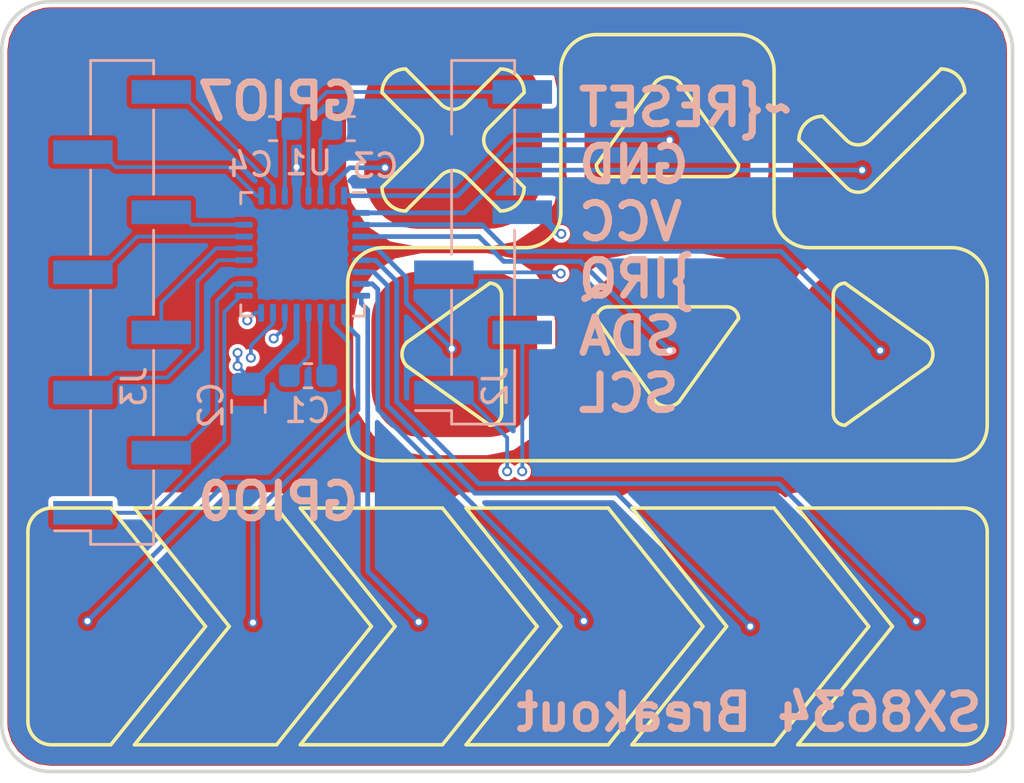
<source format=kicad_pcb>
(kicad_pcb (version 20171130) (host pcbnew 5.0.0)
  (title_block (title nRF52-Ring) (date 2019-06-06) (rev 1) (comment 1 "Author: J. Ian Lindsay"))
  (layers (0 F.Cu power hide) (1 In1.Cu signal hide) (2 In2.Cu signal hide) (31 B.Cu signal) (34 B.Paste user) (35 F.Paste user) (36 B.SilkS user) (37 F.SilkS user) (38 B.Mask user) (39 F.Mask user) (44 Edge.Cuts user))
  (net 0 "")
  (net 1 /VCC)
  (net 2 GND)
  (net 3 /I2C_SDA)
  (net 4 /I2C_SCL)
  (net 5 "Net-(C1-Pad1)")
  (net 6 /~Touch_Reset)
  (net 7 /~Touch_IRQ)
  (net 8 "Net-(C1-Pad2)")
  (net 9 /GPIO0)
  (net 10 /GPIO1)
  (net 11 /GPIO2)
  (net 12 /GPIO3)
  (net 13 /GPIO4)
  (net 14 /GPIO5)
  (net 15 /GPIO6)
  (net 16 /GPIO7)
  (net 17 /cap3)
  (net 18 /cap7)
  (net 19 /cap8)
  (net 20 /cap9)
  (net 21 /cap10)
  (net 22 /cap0)
  (net 23 /cap5)
  (net 24 /cap2)
  (net 25 /cap4)
  (net 26 /cap1)
  (net 27 /cap6)
  (net 28 /cap11)
  (net 29 "Net-(C3-Pad2)")
  (net 30 "Net-(C4-Pad2)")
  (module Capacitor_SMD:C_0603_1608Metric (layer B.Cu) (at 61.1886 48.8188)
    (fp_text reference C1 (at -0.0254 1.4732) (layer B.SilkS) (effects (justify mirror)))
    (fp_text value 1nF)
    (fp_line (start -0.162779 0.51) (end 0.162779 0.51) (layer B.SilkS) (width 0.12))
    (fp_line (start -0.162779 -0.51) (end 0.162779 -0.51) (layer B.SilkS) (width 0.12))
    (pad 1 smd roundrect (at -0.7875 0) (size 0.875 0.95) (layers B.Cu B.Paste B.Mask) (net 5 "Net-(C1-Pad1)"))
    (pad 2 smd roundrect (at 0.7875 0) (size 0.875 0.95) (layers B.Cu B.Paste B.Mask) (net 8 "Net-(C1-Pad2)"))
  )
  (module Capacitor_SMD:C_0805_2012Metric (layer B.Cu) (at 58.674 50.1142 270)
    (fp_text reference C2 (at -0.0508 1.5748 270) (layer B.SilkS) (effects (justify mirror)))
    (fp_text value 100uF)
    (fp_line (start -0.258578 0.71) (end 0.258578 0.71) (layer B.SilkS) (width 0.12))
    (fp_line (start -0.258578 -0.71) (end 0.258578 -0.71) (layer B.SilkS) (width 0.12))
    (pad 1 smd roundrect (at -0.9375 0 270) (size 0.975 1.4) (layers B.Cu B.Paste B.Mask) (net 1 /VCC))
    (pad 2 smd roundrect (at 0.9375 0 270) (size 0.975 1.4) (layers B.Cu B.Paste B.Mask) (net 2 GND))
  )
  (module Package_DFN_QFN:QFN-32-1EP_5x5mm_P0.5mm_EP3.65x3.65mm (layer B.Cu) (at 60.96 43.688 180)
    (fp_text reference U1 (at -0.254 3.8608 180) (layer B.SilkS) (effects (justify mirror)))
    (fp_text value SX8634)
    (fp_line (start 2.135 2.61) (end 2.61 2.61) (layer B.SilkS) (width 0.12))
    (fp_line (start 2.61 2.61) (end 2.61 2.135) (layer B.SilkS) (width 0.12))
    (fp_line (start -2.135 -2.61) (end -2.61 -2.61) (layer B.SilkS) (width 0.12))
    (fp_line (start -2.61 -2.61) (end -2.61 -2.135) (layer B.SilkS) (width 0.12))
    (fp_line (start 2.135 -2.61) (end 2.61 -2.61) (layer B.SilkS) (width 0.12))
    (fp_line (start 2.61 -2.61) (end 2.61 -2.135) (layer B.SilkS) (width 0.12))
    (fp_line (start -2.135 2.61) (end -2.61 2.61) (layer B.SilkS) (width 0.12))
    (pad 33 smd roundrect (at 0 0 180) (size 3.65 3.65) (layers B.Cu B.Mask) (roundrect_rratio 0.068493) (net 2 GND))
    (pad 1 smd roundrect (at -2.475 1.75 180) (size 0.75 0.25) (layers B.Cu B.Paste B.Mask) (net 24 /cap2))
    (pad 2 smd roundrect (at -2.475 1.25 180) (size 0.75 0.25) (layers B.Cu B.Paste B.Mask) (net 17 /cap3))
    (pad 3 smd roundrect (at -2.475 0.75 180) (size 0.75 0.25) (layers B.Cu B.Paste B.Mask) (net 25 /cap4))
    (pad 4 smd roundrect (at -2.475 0.25 180) (size 0.75 0.25) (layers B.Cu B.Paste B.Mask) (net 23 /cap5))
    (pad 5 smd roundrect (at -2.475 -0.25 180) (size 0.75 0.25) (layers B.Cu B.Paste B.Mask) (net 27 /cap6))
    (pad 6 smd roundrect (at -2.475 -0.75 180) (size 0.75 0.25) (layers B.Cu B.Paste B.Mask) (net 18 /cap7))
    (pad 7 smd roundrect (at -2.475 -1.25 180) (size 0.75 0.25) (layers B.Cu B.Paste B.Mask) (net 19 /cap8))
    (pad 8 smd roundrect (at -2.475 -1.75 180) (size 0.75 0.25) (layers B.Cu B.Paste B.Mask) (net 20 /cap9))
    (pad 9 smd roundrect (at -1.75 -2.475 180) (size 0.25 0.75) (layers B.Cu B.Paste B.Mask) (net 21 /cap10))
    (pad 10 smd roundrect (at -1.25 -2.475 180) (size 0.25 0.75) (layers B.Cu B.Paste B.Mask) (net 28 /cap11))
    (pad 11 smd roundrect (at -0.75 -2.475 180) (size 0.25 0.75) (layers B.Cu B.Paste B.Mask) (net 8 "Net-(C1-Pad2)"))
    (pad 12 smd roundrect (at -0.25 -2.475 180) (size 0.25 0.75) (layers B.Cu B.Paste B.Mask) (net 5 "Net-(C1-Pad1)"))
    (pad 13 smd roundrect (at 0.25 -2.475 180) (size 0.25 0.75) (layers B.Cu B.Paste B.Mask) (net 1 /VCC))
    (pad 14 smd roundrect (at 0.75 -2.475 180) (size 0.25 0.75) (layers B.Cu B.Paste B.Mask) (net 7 /~Touch_IRQ))
    (pad 15 smd roundrect (at 1.25 -2.475 180) (size 0.25 0.75) (layers B.Cu B.Paste B.Mask) (net 4 /I2C_SCL))
    (pad 16 smd roundrect (at 1.75 -2.475 180) (size 0.25 0.75) (layers B.Cu B.Paste B.Mask) (net 3 /I2C_SDA))
    (pad 17 smd roundrect (at 2.475 -1.75 180) (size 0.75 0.25) (layers B.Cu B.Paste B.Mask) (net 9 /GPIO0))
    (pad 18 smd roundrect (at 2.475 -1.25 180) (size 0.75 0.25) (layers B.Cu B.Paste B.Mask) (net 10 /GPIO1))
    (pad 19 smd roundrect (at 2.475 -0.75 180) (size 0.75 0.25) (layers B.Cu B.Paste B.Mask) (net 2 GND))
    (pad 20 smd roundrect (at 2.475 -0.25 180) (size 0.75 0.25) (layers B.Cu B.Paste B.Mask) (net 11 /GPIO2))
    (pad 21 smd roundrect (at 2.475 0.25 180) (size 0.75 0.25) (layers B.Cu B.Paste B.Mask) (net 12 /GPIO3))
    (pad 22 smd roundrect (at 2.475 0.75 180) (size 0.75 0.25) (layers B.Cu B.Paste B.Mask) (net 13 /GPIO4))
    (pad 23 smd roundrect (at 2.475 1.25 180) (size 0.75 0.25) (layers B.Cu B.Paste B.Mask) (net 14 /GPIO5))
    (pad 24 smd roundrect (at 2.475 1.75 180) (size 0.75 0.25) (layers B.Cu B.Paste B.Mask) (net 2 GND))
    (pad 25 smd roundrect (at 1.75 2.475 180) (size 0.25 0.75) (layers B.Cu B.Paste B.Mask) (net 15 /GPIO6))
    (pad 26 smd roundrect (at 1.25 2.475 180) (size 0.25 0.75) (layers B.Cu B.Paste B.Mask) (net 16 /GPIO7))
    (pad 27 smd roundrect (at 0.75 2.475 180) (size 0.25 0.75) (layers B.Cu B.Paste B.Mask) (net 30 "Net-(C4-Pad2)"))
    (pad 28 smd roundrect (at 0.25 2.475 180) (size 0.25 0.75) (layers B.Cu B.Paste B.Mask) (net 2 GND))
    (pad 29 smd roundrect (at -0.25 2.475 180) (size 0.25 0.75) (layers B.Cu B.Paste B.Mask) (net 6 /~Touch_Reset))
    (pad 30 smd roundrect (at -0.75 2.475 180) (size 0.25 0.75) (layers B.Cu B.Paste B.Mask) (net 29 "Net-(C3-Pad2)"))
    (pad 31 smd roundrect (at -1.25 2.475 180) (size 0.25 0.75) (layers B.Cu B.Paste B.Mask) (net 22 /cap0))
    (pad 32 smd roundrect (at -1.75 2.475 180) (size 0.25 0.75) (layers B.Cu B.Paste B.Mask) (net 26 /cap1))
  )
  (module Connector_PinHeader_2.54mm:PinHeader_1x06_P2.54mm_Vertical_SMD_Pin1Left (layer B.Cu) (at 68.58 43.18)
    (fp_text reference J2 (at 0.508 6.096 90) (layer B.SilkS) (effects (justify mirror)))
    (fp_text value Conn_01x06)
    (fp_line (start -1.33 7.68) (end 1.33 7.68) (layer B.SilkS) (width 0.12))
    (fp_line (start -1.33 -7.68) (end 1.33 -7.68) (layer B.SilkS) (width 0.12))
    (fp_line (start 1.33 7.68) (end 1.33 4.57) (layer B.SilkS) (width 0.12))
    (fp_line (start -1.33 7.11) (end -2.85 7.11) (layer B.SilkS) (width 0.12))
    (fp_line (start -1.33 7.68) (end -1.33 7.11) (layer B.SilkS) (width 0.12))
    (fp_line (start 1.33 -7.11) (end 1.33 -7.68) (layer B.SilkS) (width 0.12))
    (fp_line (start 1.33 3.05) (end 1.33 -0.51) (layer B.SilkS) (width 0.12))
    (fp_line (start 1.33 -2.03) (end 1.33 -5.59) (layer B.SilkS) (width 0.12))
    (fp_line (start -1.33 5.59) (end -1.33 2.03) (layer B.SilkS) (width 0.12))
    (fp_line (start -1.33 0.51) (end -1.33 -3.05) (layer B.SilkS) (width 0.12))
    (fp_line (start -1.33 -4.57) (end -1.33 -7.68) (layer B.SilkS) (width 0.12))
    (pad 1 smd rect (at -1.655 6.35) (size 2.51 1) (layers B.Cu B.Paste B.Mask) (net 4 /I2C_SCL))
    (pad 3 smd rect (at -1.655 1.27) (size 2.51 1) (layers B.Cu B.Paste B.Mask) (net 7 /~Touch_IRQ))
    (pad 5 smd rect (at -1.655 -3.81) (size 2.51 1) (layers B.Cu B.Paste B.Mask) (net 2 GND))
    (pad 2 smd rect (at 1.655 3.81) (size 2.51 1) (layers B.Cu B.Paste B.Mask) (net 3 /I2C_SDA))
    (pad 4 smd rect (at 1.655 -1.27) (size 2.51 1) (layers B.Cu B.Paste B.Mask) (net 1 /VCC))
    (pad 6 smd rect (at 1.655 -6.35) (size 2.51 1) (layers B.Cu B.Paste B.Mask) (net 6 /~Touch_Reset))
  )
  (module Connector_PinHeader_2.54mm:PinHeader_1x08_P2.54mm_Vertical_SMD_Pin1Left (layer B.Cu) (at 53.34 45.72)
    (fp_text reference J3 (at 0.508 3.556 90) (layer B.SilkS) (effects (justify mirror)))
    (fp_text value Conn_01x08)
    (fp_line (start -1.33 10.22) (end 1.33 10.22) (layer B.SilkS) (width 0.12))
    (fp_line (start -1.33 -10.22) (end 1.33 -10.22) (layer B.SilkS) (width 0.12))
    (fp_line (start 1.33 10.22) (end 1.33 7.11) (layer B.SilkS) (width 0.12))
    (fp_line (start -1.33 9.65) (end -2.85 9.65) (layer B.SilkS) (width 0.12))
    (fp_line (start -1.33 10.22) (end -1.33 9.65) (layer B.SilkS) (width 0.12))
    (fp_line (start 1.33 -9.65) (end 1.33 -10.22) (layer B.SilkS) (width 0.12))
    (fp_line (start 1.33 5.59) (end 1.33 2.03) (layer B.SilkS) (width 0.12))
    (fp_line (start 1.33 0.51) (end 1.33 -3.05) (layer B.SilkS) (width 0.12))
    (fp_line (start 1.33 -4.57) (end 1.33 -8.13) (layer B.SilkS) (width 0.12))
    (fp_line (start -1.33 8.13) (end -1.33 4.57) (layer B.SilkS) (width 0.12))
    (fp_line (start -1.33 3.05) (end -1.33 -0.51) (layer B.SilkS) (width 0.12))
    (fp_line (start -1.33 -2.03) (end -1.33 -5.59) (layer B.SilkS) (width 0.12))
    (fp_line (start -1.33 -7.11) (end -1.33 -10.22) (layer B.SilkS) (width 0.12))
    (pad 1 smd rect (at -1.655 8.89) (size 2.51 1) (layers B.Cu B.Paste B.Mask) (net 9 /GPIO0))
    (pad 3 smd rect (at -1.655 3.81) (size 2.51 1) (layers B.Cu B.Paste B.Mask) (net 11 /GPIO2))
    (pad 5 smd rect (at -1.655 -1.27) (size 2.51 1) (layers B.Cu B.Paste B.Mask) (net 13 /GPIO4))
    (pad 7 smd rect (at -1.655 -6.35) (size 2.51 1) (layers B.Cu B.Paste B.Mask) (net 15 /GPIO6))
    (pad 2 smd rect (at 1.655 6.35) (size 2.51 1) (layers B.Cu B.Paste B.Mask) (net 10 /GPIO1))
    (pad 4 smd rect (at 1.655 1.27) (size 2.51 1) (layers B.Cu B.Paste B.Mask) (net 12 /GPIO3))
    (pad 6 smd rect (at 1.655 -3.81) (size 2.51 1) (layers B.Cu B.Paste B.Mask) (net 14 /GPIO5))
    (pad 8 smd rect (at 1.655 -8.89) (size 2.51 1) (layers B.Cu B.Paste B.Mask) (net 16 /GPIO7))
  )
  (module woose-tracker:Cap-Touch_pattern_compact (layer F.Cu) (at 70.36308 45.90796)
    (fp_text reference J1)
    (fp_text value Conn_01x12_Male)
    (fp_line (start 18 6.5) (end -6 6.5) (layer F.SilkS) (width 0.15))
    (fp_arc (start 6 -9) (end 6.5 -9.5) (angle -90) (layer F.SilkS) (width 0.15))
    (fp_arc (start 8.5 -6) (end 8.5 -5.5) (angle -90) (layer F.SilkS) (width 0.15))
    (fp_arc (start 3.5 -6) (end 3 -6) (angle -90) (layer F.SilkS) (width 0.15))
    (fp_line (start 3 -6) (end 5.5 -9.5) (layer F.SilkS) (width 0.15))
    (fp_line (start 6.5 -9.5) (end 9 -6) (layer F.SilkS) (width 0.15))
    (fp_line (start 8.5 -5.5) (end 3.5 -5.5) (layer F.SilkS) (width 0.15))
    (fp_line (start -1 -0.5) (end -1 4.5) (layer F.SilkS) (width 0.15))
    (fp_line (start -5 1.5) (end -1.5 -1) (layer F.SilkS) (width 0.15))
    (fp_line (start -1.5 5) (end -5 2.5) (layer F.SilkS) (width 0.15))
    (fp_arc (start -1.5 4.5) (end -1.5 5) (angle -90) (layer F.SilkS) (width 0.15))
    (fp_arc (start -1.5 -0.5) (end -1 -0.5) (angle -90) (layer F.SilkS) (width 0.15))
    (fp_arc (start -4.5 2) (end -5 1.5) (angle -90) (layer F.SilkS) (width 0.15))
    (fp_arc (start 16.5 2) (end 17 2.5) (angle -90) (layer F.SilkS) (width 0.15))
    (fp_arc (start 13.5 4.5) (end 13 4.5) (angle -90) (layer F.SilkS) (width 0.15))
    (fp_arc (start 13.5 -0.5) (end 13.5 -1) (angle -90) (layer F.SilkS) (width 0.15))
    (fp_line (start 13.5 -1) (end 17 1.5) (layer F.SilkS) (width 0.15))
    (fp_line (start 17 2.5) (end 13.5 5) (layer F.SilkS) (width 0.15))
    (fp_line (start 13 4.5) (end 13 -0.5) (layer F.SilkS) (width 0.15))
    (fp_line (start 3.5 0) (end 8.5 0) (layer F.SilkS) (width 0.15))
    (fp_line (start 5.5 4) (end 3 0.5) (layer F.SilkS) (width 0.15))
    (fp_line (start 9 0.5) (end 6.5 4) (layer F.SilkS) (width 0.15))
    (fp_arc (start 8.5 0.5) (end 9 0.5) (angle -90) (layer F.SilkS) (width 0.15))
    (fp_arc (start 3.5 0.5) (end 3.5 0) (angle -90) (layer F.SilkS) (width 0.15))
    (fp_arc (start 6 3.5) (end 5.5 4) (angle -90) (layer F.SilkS) (width 0.15))
    (fp_line (start 13.55 -7.05) (end 12.55 -8.05) (layer F.SilkS) (width 0.15))
    (fp_line (start 11.55 -7.05) (end 13.55 -5.05) (layer F.SilkS) (width 0.15))
    (fp_line (start 14.55 -5.05) (end 18.55 -9.05) (layer F.SilkS) (width 0.15))
    (fp_line (start 17.55 -10.05) (end 14.55 -7.05) (layer F.SilkS) (width 0.15))
    (fp_arc (start 14.05 -5.55) (end 14.55 -5.05) (angle 90) (layer F.SilkS) (width 0.15))
    (fp_arc (start 12.55 -7.05) (end 11.55 -7.05) (angle 90) (layer F.SilkS) (width 0.15))
    (fp_arc (start 17.55 -9.05) (end 17.55 -10.05) (angle 90) (layer F.SilkS) (width 0.15))
    (fp_arc (start 14.05 -7.55) (end 14.55 -7.05) (angle 90) (layer F.SilkS) (width 0.15))
    (fp_line (start -2.55 -8.55) (end -1.05 -10.05) (layer F.SilkS) (width 0.15))
    (fp_line (start -5.05 -10.05) (end -3.55 -8.55) (layer F.SilkS) (width 0.15))
    (fp_line (start -4.55 -7.55) (end -6.05 -9.05) (layer F.SilkS) (width 0.15))
    (fp_line (start -5.05 -4.05) (end -3.55 -5.55) (layer F.SilkS) (width 0.15))
    (fp_line (start -4.55 -6.55) (end -6.05 -5.05) (layer F.SilkS) (width 0.15))
    (fp_line (start -1.05 -4.05) (end -2.55 -5.55) (layer F.SilkS) (width 0.15))
    (fp_line (start -1.55 -6.55) (end -0.05 -5.05) (layer F.SilkS) (width 0.15))
    (fp_line (start -0.05 -9.05) (end -1.55 -7.55) (layer F.SilkS) (width 0.15))
    (fp_arc (start -5.05 -9.05) (end -6.05 -9.05) (angle 90) (layer F.SilkS) (width 0.15))
    (fp_arc (start -1.05 -5.05) (end -0.05 -5.05) (angle 90) (layer F.SilkS) (width 0.15))
    (fp_arc (start -5.05 -7.05) (end -4.55 -7.55) (angle 90) (layer F.SilkS) (width 0.15))
    (fp_arc (start -1.05 -7.05) (end -1.55 -6.55) (angle 90) (layer F.SilkS) (width 0.15))
    (fp_arc (start -3.05 -5.05) (end -3.55 -5.55) (angle 90) (layer F.SilkS) (width 0.15))
    (fp_arc (start -3.05 -9.05) (end -2.55 -8.55) (angle 90) (layer F.SilkS) (width 0.15))
    (fp_arc (start -1.05 -9.05) (end -1.05 -10.05) (angle 90) (layer F.SilkS) (width 0.15))
    (fp_arc (start -5.05 -5.05) (end -5.05 -4.05) (angle 90) (layer F.SilkS) (width 0.15))
    (fp_line (start 9 -11.5) (end 3 -11.5) (layer F.SilkS) (width 0.15))
    (fp_line (start 10.5 -4) (end 10.5 -10) (layer F.SilkS) (width 0.15))
    (fp_line (start 18 -2.5) (end 12 -2.5) (layer F.SilkS) (width 0.15))
    (fp_line (start 19.5 5) (end 19.5 -1) (layer F.SilkS) (width 0.15))
    (fp_line (start -7.5 -1) (end -7.5 5) (layer F.SilkS) (width 0.15))
    (fp_line (start 0 -2.5) (end -6 -2.5) (layer F.SilkS) (width 0.15))
    (fp_line (start 1.5 -10) (end 1.5 -4) (layer F.SilkS) (width 0.15))
    (fp_arc (start 18 5) (end 19.5 5) (angle 90) (layer F.SilkS) (width 0.15))
    (fp_arc (start -6 5) (end -6 6.5) (angle 90) (layer F.SilkS) (width 0.15))
    (fp_arc (start 18 -1) (end 18 -2.5) (angle 90) (layer F.SilkS) (width 0.15))
    (fp_arc (start -6 -1) (end -7.5 -1) (angle 90) (layer F.SilkS) (width 0.15))
    (fp_arc (start 12 -4) (end 12 -2.5) (angle 90) (layer F.SilkS) (width 0.15))
    (fp_arc (start 0 -4) (end 1.5 -4) (angle 90) (layer F.SilkS) (width 0.15))
    (fp_arc (start 9 -10) (end 9 -11.5) (angle 90) (layer F.SilkS) (width 0.15))
    (fp_arc (start 3 -10) (end 1.5 -10) (angle 90) (layer F.SilkS) (width 0.15))
    (fp_line (start -16.5 8.5) (end -10.5 8.5) (layer F.SilkS) (width 0.15))
    (fp_line (start -10.5 18.5) (end -16.5 18.5) (layer F.SilkS) (width 0.15))
    (fp_line (start 3.5 18.5) (end -2.5 18.5) (layer F.SilkS) (width 0.15))
    (fp_line (start -2.5 8.5) (end 3.5 8.5) (layer F.SilkS) (width 0.15))
    (fp_line (start -9.5 8.5) (end -3.5 8.5) (layer F.SilkS) (width 0.15))
    (fp_line (start -3.5 18.5) (end -9.5 18.5) (layer F.SilkS) (width 0.15))
    (fp_line (start 10.5 18.5) (end 4.5 18.5) (layer F.SilkS) (width 0.15))
    (fp_line (start 4.5 8.5) (end 10.5 8.5) (layer F.SilkS) (width 0.15))
    (fp_line (start 11.5 8.5) (end 17.5 8.5) (layer F.SilkS) (width 0.15))
    (fp_line (start 17.5 18.5) (end 11.5 18.5) (layer F.SilkS) (width 0.15))
    (fp_line (start -13.5 13.5) (end -17.5 18.5) (layer F.SilkS) (width 0.15))
    (fp_line (start -17.5 8.5) (end -13.5 13.5) (layer F.SilkS) (width 0.15))
    (fp_line (start -12.5 13.5) (end -16.5 8.5) (layer F.SilkS) (width 0.15))
    (fp_line (start -16.5 18.5) (end -12.5 13.5) (layer F.SilkS) (width 0.15))
    (fp_line (start -6.5 13.5) (end -10.5 18.5) (layer F.SilkS) (width 0.15))
    (fp_line (start -10.5 8.5) (end -6.5 13.5) (layer F.SilkS) (width 0.15))
    (fp_line (start -5.5 13.5) (end -9.5 8.5) (layer F.SilkS) (width 0.15))
    (fp_line (start -9.5 18.5) (end -5.5 13.5) (layer F.SilkS) (width 0.15))
    (fp_line (start 0.5 13.5) (end -3.5 8.5) (layer F.SilkS) (width 0.15))
    (fp_line (start -3.5 18.5) (end 0.5 13.5) (layer F.SilkS) (width 0.15))
    (fp_line (start 1.5 13.5) (end -2.5 18.5) (layer F.SilkS) (width 0.15))
    (fp_line (start -2.5 8.5) (end 1.5 13.5) (layer F.SilkS) (width 0.15))
    (fp_line (start 7.5 13.5) (end 3.5 8.5) (layer F.SilkS) (width 0.15))
    (fp_line (start 3.5 18.5) (end 7.5 13.5) (layer F.SilkS) (width 0.15))
    (fp_line (start 8.5 13.5) (end 4.5 18.5) (layer F.SilkS) (width 0.15))
    (fp_line (start 4.5 8.5) (end 8.5 13.5) (layer F.SilkS) (width 0.15))
    (fp_line (start 14.5 13.5) (end 10.5 8.5) (layer F.SilkS) (width 0.15))
    (fp_line (start 10.5 18.5) (end 14.5 13.5) (layer F.SilkS) (width 0.15))
    (fp_line (start 15.5 13.5) (end 11.5 18.5) (layer F.SilkS) (width 0.15))
    (fp_line (start 11.5 8.5) (end 15.5 13.5) (layer F.SilkS) (width 0.15))
    (fp_arc (start 18.5 9.5) (end 18.5 8.5) (angle 90) (layer F.SilkS) (width 0.15))
    (fp_arc (start 18.5 17.5) (end 19.5 17.5) (angle 90) (layer F.SilkS) (width 0.15))
    (fp_arc (start -20 9.5) (end -21 9.5) (angle 90) (layer F.SilkS) (width 0.15))
    (fp_arc (start -20 17.5) (end -20 18.5) (angle 90) (layer F.SilkS) (width 0.15))
    (fp_line (start -20 18.5) (end -17.5 18.5) (layer F.SilkS) (width 0.15))
    (fp_line (start -21 17.5) (end -21 9.5) (layer F.SilkS) (width 0.15))
    (fp_line (start -20 8.5) (end -17.5 8.5) (layer F.SilkS) (width 0.15))
    (fp_line (start 17.5 8.5) (end 18.5 8.5) (layer F.SilkS) (width 0.15))
    (fp_line (start 19.5 9.5) (end 19.5 17.5) (layer F.SilkS) (width 0.15))
    (fp_line (start 18.5 18.5) (end 17.5 18.5) (layer F.SilkS) (width 0.15))
    (pad 7 smd custom (at -18.5 13.5) (size 1 1) (layers F.Cu) (net 28 /cap11) (clearance 0.65) (options (clearance outline) (anchor rect)) (primitives (gr_poly (pts (xy -1.5 -5) (xy 1 -5) (xy 5 0) (xy 1 5) (xy -1.5 5) (xy -2.5 4) (xy -2.5 -4)) (width 0)) (gr_circle (center -1.5 4) (end -0.5 4) (width 0)) (gr_circle (center -1.5 -4) (end -0.5 -4) (width 0))))
    (pad 8 smd custom (at -11.5 13.5) (size 1 1) (layers F.Cu) (net 21 /cap10) (clearance 0.65) (options (clearance outline) (anchor rect)) (primitives (gr_poly (pts (xy -5 -5) (xy 1 -5) (xy 5 0) (xy 1 5) (xy -5 5) (xy -1 0)) (width 0))))
    (pad 9 smd custom (at -4.5 13.5) (size 1 1) (layers F.Cu) (net 20 /cap9) (clearance 0.65) (options (clearance outline) (anchor rect)) (primitives (gr_poly (pts (xy -5 -5) (xy 1 -5) (xy 5 0) (xy 1 5) (xy -5 5) (xy -1 0)) (width 0))))
    (pad 10 smd custom (at 2.5 13.5) (size 1 1) (layers F.Cu) (net 19 /cap8) (clearance 0.65) (options (clearance outline) (anchor rect)) (primitives (gr_poly (pts (xy -5 -5) (xy 1 -5) (xy 5 0) (xy 1 5) (xy -5 5) (xy -1 0)) (width 0))))
    (pad 11 smd custom (at 9.5 13.5) (size 1 1) (layers F.Cu) (net 18 /cap7) (clearance 0.65) (options (clearance outline) (anchor rect)) (primitives (gr_poly (pts (xy -5 -5) (xy 1 -5) (xy 5 0) (xy 1 5) (xy -5 5) (xy -1 0)) (width 0))))
    (pad 1 smd roundrect (at 6 -7 270) (size 7 7) (layers F.Cu) (roundrect_rratio 0.3) (net 26 /cap1) (clearance 0.75))
    (pad 2 smd roundrect (at 6 2 270) (size 7 7) (layers F.Cu) (roundrect_rratio 0.3) (net 25 /cap4) (clearance 0.75))
    (pad 3 smd roundrect (at -3 2 270) (size 7 7) (layers F.Cu) (roundrect_rratio 0.3) (net 23 /cap5) (clearance 0.75))
    (pad 4 smd roundrect (at 15 2 270) (size 7 7) (layers F.Cu) (roundrect_rratio 0.3) (net 17 /cap3) (clearance 0.75))
    (pad 5 smd roundrect (at 15.05 -7.05 90) (size 7.5 7.5) (layers F.Cu) (roundrect_rratio 0.3) (net 24 /cap2) (clearance 0.75))
    (pad 6 smd roundrect (at -3.05 -7.05 90) (size 7.5 7.5) (layers F.Cu) (roundrect_rratio 0.3) (net 22 /cap0) (clearance 0.75))
    (pad 12 smd custom (at 16.5 13.5) (size 1 1) (layers F.Cu) (net 27 /cap6) (clearance 0.65) (options (clearance outline) (anchor rect)) (primitives (gr_poly (pts (xy -5 -5) (xy 2 -5) (xy 3 -4) (xy 3 4) (xy 2 5) (xy -5 5) (xy -1 0)) (width 0)) (gr_circle (center 2 4) (end 3 4) (width 0)) (gr_circle (center 2 -4) (end 3 -4) (width 0))))
  )
  (module Capacitor_SMD:C_0603_1608Metric (layer B.Cu) (at 62.992 38.3794 180)
    (fp_text reference C3 (at -1.0414 -1.5748 180) (layer B.SilkS) (effects (justify mirror)))
    (fp_text value 100nF)
    (fp_line (start -0.162779 0.51) (end 0.162779 0.51) (layer B.SilkS) (width 0.12))
    (fp_line (start -0.162779 -0.51) (end 0.162779 -0.51) (layer B.SilkS) (width 0.12))
    (pad 1 smd roundrect (at -0.7875 0 180) (size 0.875 0.95) (layers B.Cu B.Paste B.Mask) (net 2 GND))
    (pad 2 smd roundrect (at 0.7875 0 180) (size 0.875 0.95) (layers B.Cu B.Paste B.Mask) (net 29 "Net-(C3-Pad2)"))
  )
  (module Capacitor_SMD:C_0603_1608Metric (layer B.Cu) (at 59.7154 38.3794)
    (fp_text reference C4 (at -0.9652 1.524) (layer B.SilkS) (effects (justify mirror)))
    (fp_text value 100nF)
    (fp_line (start -0.162779 -0.51) (end 0.162779 -0.51) (layer B.SilkS) (width 0.12))
    (fp_line (start -0.162779 0.51) (end 0.162779 0.51) (layer B.SilkS) (width 0.12))
    (pad 2 smd roundrect (at 0.7875 0) (size 0.875 0.95) (layers B.Cu B.Paste B.Mask) (net 30 "Net-(C4-Pad2)"))
    (pad 1 smd roundrect (at -0.7875 0) (size 0.875 0.95) (layers B.Cu B.Paste B.Mask) (net 2 GND))
  )
  (module kicad:ManuvrLogo (layer F.Cu) (at 51.70424 37.1856 45)
    (fp_text reference P1 hide)
    (fp_text value CONN_01X01 hide)
  )
  (gr_text "GPIO7\n\n\n\n\n\n\nGPIO0" (at 59.93384 45.68444) (layer B.SilkS) (effects (font (size 1.5 1.5) (thickness 0.3)) (justify mirror)))
  (gr_text "SX8634 Breakout" (at 79.81188 63.03772) (layer B.SilkS) (effects (font (size 1.5 1.5) (thickness 0.3)) (justify mirror)))
  (gr_text "~RESET\nGND\nVCC\n~IRQ\nSDA\nSCL" (at 72.46112 43.52544) (layer B.SilkS) (effects (font (size 1.5 1.5) (thickness 0.3)) (justify right mirror)))
  (gr_line (start 50.292 65.532) (end 88.9 65.532) (angle 90) (layer Edge.Cuts) (width 0.15))
  (gr_line (start 88.9 33.02) (end 50.292 33.02) (angle 90) (layer Edge.Cuts) (width 0.15))
  (gr_line (start 90.932 63.5) (end 90.932 35.052) (angle 90) (layer Edge.Cuts) (width 0.15))
  (gr_line (start 48.26 35.052) (end 48.26 63.5) (angle 90) (layer Edge.Cuts) (width 0.15))
  (gr_arc (start 88.9 63.5) (end 90.932 63.5) (angle 90) (layer Edge.Cuts) (width 0.15))
  (gr_arc (start 50.292 35.052) (end 48.26 35.052) (angle 90) (layer Edge.Cuts) (width 0.15))
  (gr_arc (start 50.292 63.5) (end 50.292 65.532) (angle 90) (layer Edge.Cuts) (width 0.15))
  (gr_arc (start 88.9 35.052) (end 88.9 33.02) (angle 90) (layer Edge.Cuts) (width 0.15))
  (segment (start 58.42 49.3545) (end 58.7225 49.3545) (width 0.16) (layer B.Cu) (net 1))
  (segment (start 58.42 49.3545) (end 58.42 49.1998) (width 0.16) (layer B.Cu) (net 1))
  (segment (start 58.674 49.1767) (end 58.674 48.8696) (width 0.16) (layer B.Cu) (net 1))
  (via (at 58.2168 47.8536) (size 0.42) (drill 0.254) (layers F.Cu B.Cu) (net 1))
  (segment (start 58.2168 48.4124) (end 58.2168 47.8536) (width 0.16) (layer B.Cu) (net 1))
  (segment (start 58.674 48.8696) (end 58.2168 48.4124) (width 0.16) (layer B.Cu) (net 1))
  (via (at 58.2168 48.4124) (size 0.42) (drill 0.254) (layers F.Cu B.Cu) (net 1))
  (segment (start 60.71 46.163) (end 60.71 47.2654) (width 0.16) (layer B.Cu) (net 1))
  (segment (start 58.7987 49.1767) (end 58.674 49.1767) (width 0.16) (layer B.Cu) (net 1))
  (segment (start 60.71 47.2654) (end 58.7987 49.1767) (width 0.16) (layer B.Cu) (net 1))
  (segment (start 70.235 41.91) (end 70.9676 41.91) (width 0.16) (layer B.Cu) (net 1))
  (segment (start 71.6788 42.8244) (end 71.882 42.8244) (width 0.16) (layer B.Cu) (net 1))
  (segment (start 70.7644 41.91) (end 71.6788 42.8244) (width 0.16) (layer B.Cu) (net 1))
  (segment (start 70.235 41.91) (end 70.7644 41.91) (width 0.16) (layer B.Cu) (net 1))
  (segment (start 70.9676 41.91) (end 71.882 42.8244) (width 0.16) (layer B.Cu) (net 1))
  (via (at 71.882 42.8244) (size 0.42) (drill 0.254) (layers F.Cu B.Cu) (net 1))
  (segment (start 60.71 41.213) (end 60.71 40.009) (width 0.16) (layer B.Cu) (net 2))
  (via (at 60.706 40.005) (size 0.42) (drill 0.254) (layers F.Cu B.Cu) (net 2))
  (segment (start 60.71 40.009) (end 60.706 40.005) (width 0.16) (layer B.Cu) (net 2))
  (segment (start 58.485 44.438) (end 60.21 44.438) (width 0.16) (layer B.Cu) (net 2))
  (segment (start 60.21 44.438) (end 60.96 43.688) (width 0.16) (layer B.Cu) (net 2))
  (segment (start 58.485 41.938) (end 59.21 41.938) (width 0.16) (layer B.Cu) (net 2))
  (segment (start 59.21 41.938) (end 60.96 43.688) (width 0.16) (layer B.Cu) (net 2))
  (segment (start 60.71 41.213) (end 60.71 43.438) (width 0.16) (layer B.Cu) (net 2))
  (segment (start 60.71 43.438) (end 60.96 43.688) (width 0.16) (layer B.Cu) (net 2))
  (segment (start 58.9422 46.163) (end 59.21 46.163) (width 0.16) (layer B.Cu) (net 3))
  (segment (start 58.9422 46.163) (end 58.6232 46.482) (width 0.16) (layer B.Cu) (net 3))
  (via (at 58.6232 46.482) (size 0.42) (drill 0.254) (layers F.Cu B.Cu) (net 3))
  (segment (start 70.235 46.99) (end 70.235 52.8534) (width 0.16) (layer B.Cu) (net 3))
  (via (at 70.231 52.8574) (size 0.42) (drill 0.254) (layers F.Cu B.Cu) (net 3))
  (segment (start 70.235 52.8534) (end 70.231 52.8574) (width 0.16) (layer B.Cu) (net 3))
  (segment (start 58.7756 47.5488) (end 58.7756 48.0568) (width 0.16) (layer B.Cu) (net 4))
  (segment (start 59.71 46.6144) (end 58.7756 47.5488) (width 0.16) (layer B.Cu) (net 4))
  (segment (start 59.71 46.6144) (end 59.71 46.163) (width 0.16) (layer B.Cu) (net 4))
  (via (at 58.7756 48.0568) (size 0.42) (drill 0.254) (layers F.Cu B.Cu) (net 4))
  (segment (start 66.925 49.53) (end 67.691 49.53) (width 0.16) (layer B.Cu) (net 4))
  (segment (start 67.691 49.53) (end 69.596 51.435) (width 0.16) (layer B.Cu) (net 4))
  (segment (start 69.596 51.435) (end 69.596 52.8574) (width 0.16) (layer B.Cu) (net 4))
  (via (at 69.596 52.8574) (size 0.42) (drill 0.254) (layers F.Cu B.Cu) (net 4))
  (segment (start 61.21 46.163) (end 61.21 48.0099) (width 0.16) (layer B.Cu) (net 5))
  (segment (start 61.21 48.0099) (end 60.4011 48.8188) (width 0.16) (layer B.Cu) (net 5))
  (segment (start 70.235 36.83) (end 61.976 36.83) (width 0.16) (layer B.Cu) (net 6))
  (segment (start 61.21 41.213) (end 61.21 37.596) (width 0.16) (layer B.Cu) (net 6))
  (segment (start 61.21 37.596) (end 61.976 36.83) (width 0.16) (layer B.Cu) (net 6))
  (segment (start 66.925 44.45) (end 66.1416 44.45) (width 0.16) (layer B.Cu) (net 7))
  (segment (start 66.1416 44.45) (end 66.925 44.45) (width 0.16) (layer B.Cu) (net 7))
  (segment (start 60.21 46.7748) (end 60.21 46.163) (width 0.16) (layer B.Cu) (net 7))
  (segment (start 60.21 46.7748) (end 59.7408 47.244) (width 0.16) (layer B.Cu) (net 7))
  (via (at 59.7408 47.244) (size 0.42) (drill 0.254) (layers F.Cu B.Cu) (net 7))
  (segment (start 66.925 44.45) (end 71.8058 44.45) (width 0.16) (layer B.Cu) (net 7))
  (segment (start 71.8058 44.45) (end 71.8566 44.5008) (width 0.16) (layer B.Cu) (net 7))
  (via (at 71.8566 44.5008) (size 0.42) (drill 0.254) (layers F.Cu B.Cu) (net 7))
  (segment (start 61.71 46.163) (end 61.71 48.5527) (width 0.16) (layer B.Cu) (net 8))
  (segment (start 61.71 48.5527) (end 61.9761 48.8188) (width 0.16) (layer B.Cu) (net 8))
  (segment (start 54.61 54.61) (end 51.685 54.61) (width 0.16) (layer B.Cu) (net 9))
  (segment (start 58.485 45.438) (end 58.3464 45.438) (width 0.16) (layer B.Cu) (net 9))
  (segment (start 57.658 51.562) (end 54.61 54.61) (width 0.16) (layer B.Cu) (net 9))
  (segment (start 57.658 46.1264) (end 57.658 51.562) (width 0.16) (layer B.Cu) (net 9))
  (segment (start 58.3464 45.438) (end 57.658 46.1264) (width 0.16) (layer B.Cu) (net 9))
  (segment (start 54.61 54.61) (end 51.685 54.61) (width 0.16) (layer B.Cu) (net 9))
  (segment (start 58.485 44.938) (end 58.059 44.938) (width 0.16) (layer B.Cu) (net 10))
  (segment (start 55.753 52.07) (end 54.995 52.07) (width 0.16) (layer B.Cu) (net 10))
  (segment (start 57.342998 50.480002) (end 55.753 52.07) (width 0.16) (layer B.Cu) (net 10))
  (segment (start 57.342998 45.654002) (end 57.342998 50.480002) (width 0.16) (layer B.Cu) (net 10))
  (segment (start 58.059 44.938) (end 57.342998 45.654002) (width 0.16) (layer B.Cu) (net 10))
  (segment (start 58.485 43.938) (end 57.408 43.938) (width 0.16) (layer B.Cu) (net 11))
  (segment (start 52.451 49.53) (end 51.685 49.53) (width 0.16) (layer B.Cu) (net 11))
  (segment (start 53.086 48.895) (end 52.451 49.53) (width 0.16) (layer B.Cu) (net 11))
  (segment (start 55.245 48.895) (end 53.086 48.895) (width 0.16) (layer B.Cu) (net 11))
  (segment (start 56.519996 47.620004) (end 55.245 48.895) (width 0.16) (layer B.Cu) (net 11))
  (segment (start 56.519996 44.826004) (end 56.519996 47.620004) (width 0.16) (layer B.Cu) (net 11))
  (segment (start 57.408 43.938) (end 56.519996 44.826004) (width 0.16) (layer B.Cu) (net 11))
  (segment (start 58.485 43.438) (end 57.2984 43.438) (width 0.16) (layer B.Cu) (net 12))
  (segment (start 54.995 45.7414) (end 54.995 46.99) (width 0.16) (layer B.Cu) (net 12))
  (segment (start 57.2984 43.438) (end 54.995 45.7414) (width 0.16) (layer B.Cu) (net 12))
  (segment (start 58.485 42.938) (end 53.963 42.938) (width 0.16) (layer B.Cu) (net 13))
  (segment (start 52.451 44.45) (end 51.685 44.45) (width 0.16) (layer B.Cu) (net 13))
  (segment (start 53.963 42.938) (end 52.451 44.45) (width 0.16) (layer B.Cu) (net 13))
  (segment (start 58.485 42.438) (end 56.281 42.438) (width 0.16) (layer B.Cu) (net 14))
  (segment (start 55.753 41.91) (end 54.995 41.91) (width 0.16) (layer B.Cu) (net 14))
  (segment (start 56.281 42.438) (end 55.753 41.91) (width 0.16) (layer B.Cu) (net 14))
  (segment (start 59.21 41.213) (end 59.0184 41.213) (width 0.16) (layer B.Cu) (net 15))
  (segment (start 52.451 39.37) (end 51.685 39.37) (width 0.16) (layer B.Cu) (net 15))
  (segment (start 53.086 40.005) (end 52.451 39.37) (width 0.16) (layer B.Cu) (net 15))
  (segment (start 57.8104 40.005) (end 53.086 40.005) (width 0.16) (layer B.Cu) (net 15))
  (segment (start 59.0184 41.213) (end 57.8104 40.005) (width 0.16) (layer B.Cu) (net 15))
  (segment (start 54.995 36.83) (end 55.753 36.83) (width 0.16) (layer B.Cu) (net 16))
  (segment (start 59.71 40.787) (end 59.71 41.213) (width 0.16) (layer B.Cu) (net 16))
  (segment (start 55.753 36.83) (end 59.71 40.787) (width 0.16) (layer B.Cu) (net 16))
  (segment (start 63.435 42.438) (end 68.5365 42.438) (width 0.2) (layer B.Cu) (net 17))
  (segment (start 85.358 47.738) (end 85.358 47.72) (width 0.2) (layer F.Cu) (net 17))
  (segment (start 85.344 47.752) (end 85.358 47.738) (width 0.2) (layer F.Cu) (net 17))
  (via (at 85.344 47.752) (size 0.42) (drill 0.254) (layers F.Cu B.Cu) (net 17))
  (segment (start 81.153 43.561) (end 85.344 47.752) (width 0.2) (layer B.Cu) (net 17))
  (segment (start 69.6595 43.561) (end 81.153 43.561) (width 0.2) (layer B.Cu) (net 17))
  (segment (start 68.5365 42.438) (end 69.6595 43.561) (width 0.2) (layer B.Cu) (net 17))
  (segment (start 63.435 44.438) (end 63.9706 44.438) (width 0.2) (layer B.Cu) (net 18))
  (segment (start 79.86024 59.40796) (end 79.86308 59.40796) (width 0.2) (layer F.Cu) (net 18))
  (segment (start 79.8576 59.4106) (end 79.86024 59.40796) (width 0.2) (layer F.Cu) (net 18))
  (via (at 79.8576 59.4106) (size 0.42) (drill 0.254) (layers F.Cu B.Cu) (net 18))
  (segment (start 74.225198 53.778198) (end 79.8576 59.4106) (width 0.2) (layer B.Cu) (net 18))
  (segment (start 68.237686 53.778198) (end 74.225198 53.778198) (width 0.2) (layer B.Cu) (net 18))
  (segment (start 64.535002 50.075514) (end 68.237686 53.778198) (width 0.2) (layer B.Cu) (net 18))
  (segment (start 64.535002 45.002402) (end 64.535002 50.075514) (width 0.2) (layer B.Cu) (net 18))
  (segment (start 63.9706 44.438) (end 64.535002 45.002402) (width 0.2) (layer B.Cu) (net 18))
  (segment (start 72.858 59.2055) (end 72.858 59.22) (width 0.2) (layer F.Cu) (net 19))
  (segment (start 72.8345 59.182) (end 72.858 59.2055) (width 0.2) (layer F.Cu) (net 19))
  (via (at 72.8345 59.182) (size 0.42) (drill 0.254) (layers F.Cu B.Cu) (net 19))
  (segment (start 72.8345 59.182) (end 72.8345 58.9407) (width 0.2) (layer B.Cu) (net 19))
  (segment (start 63.904912 44.938) (end 63.435 44.938) (width 0.2) (layer B.Cu) (net 19))
  (segment (start 64.135 45.168088) (end 63.904912 44.938) (width 0.2) (layer B.Cu) (net 19))
  (segment (start 64.135 50.2412) (end 64.135 45.168088) (width 0.2) (layer B.Cu) (net 19))
  (segment (start 72.8345 58.9407) (end 64.135 50.2412) (width 0.2) (layer B.Cu) (net 19))
  (via (at 65.858 59.22) (size 0.42) (drill 0.254) (layers F.Cu B.Cu) (net 20))
  (segment (start 63.709598 57.071598) (end 65.858 59.22) (width 0.2) (layer B.Cu) (net 20))
  (segment (start 63.709598 57.071598) (end 63.709598 46.031198) (width 0.2) (layer B.Cu) (net 20))
  (segment (start 63.435 45.438) (end 63.435 45.7566) (width 0.2) (layer B.Cu) (net 20))
  (segment (start 63.435 45.7566) (end 63.709598 46.031198) (width 0.2) (layer B.Cu) (net 20))
  (segment (start 58.858 59.239) (end 58.858 59.22) (width 0.2) (layer F.Cu) (net 21))
  (segment (start 58.8645 59.2455) (end 58.858 59.239) (width 0.2) (layer F.Cu) (net 21))
  (via (at 58.8645 59.2455) (size 0.42) (drill 0.254) (layers F.Cu B.Cu) (net 21))
  (segment (start 58.8645 59.2455) (end 58.8645 56.001188) (width 0.2) (layer B.Cu) (net 21))
  (segment (start 62.71 46.163) (end 62.71 46.574112) (width 0.2) (layer B.Cu) (net 21))
  (segment (start 63.2968 47.160912) (end 63.2968 50.038) (width 0.2) (layer B.Cu) (net 21))
  (segment (start 62.71 46.574112) (end 63.2968 47.160912) (width 0.2) (layer B.Cu) (net 21))
  (segment (start 58.8645 56.001188) (end 58.8645 59.2455) (width 0.2) (layer B.Cu) (net 21))
  (segment (start 63.2968 50.038) (end 63.2968 50.248088) (width 0.2) (layer B.Cu) (net 21))
  (segment (start 58.8645 54.680388) (end 58.8645 59.2455) (width 0.2) (layer B.Cu) (net 21))
  (segment (start 63.2968 50.248088) (end 58.8645 54.680388) (width 0.2) (layer B.Cu) (net 21))
  (segment (start 62.21 41.213) (end 62.21 40.7616) (width 0.2) (layer B.Cu) (net 22))
  (segment (start 65.61224 38.85796) (end 67.31308 38.85796) (width 0.2) (layer F.Cu) (net 22))
  (segment (start 64.4398 40.0304) (end 65.61224 38.85796) (width 0.2) (layer F.Cu) (net 22))
  (via (at 64.4398 40.0304) (size 0.42) (drill 0.254) (layers F.Cu B.Cu) (net 22))
  (segment (start 62.9412 40.0304) (end 64.4398 40.0304) (width 0.2) (layer B.Cu) (net 22))
  (segment (start 62.21 40.7616) (end 62.9412 40.0304) (width 0.2) (layer B.Cu) (net 22))
  (segment (start 63.435 43.438) (end 64.101976 43.438) (width 0.2) (layer B.Cu) (net 23))
  (segment (start 67.36308 47.77968) (end 67.36308 47.90796) (width 0.2) (layer F.Cu) (net 23))
  (segment (start 67.2592 47.6758) (end 67.36308 47.77968) (width 0.2) (layer F.Cu) (net 23))
  (via (at 67.2592 47.6758) (size 0.42) (drill 0.254) (layers F.Cu B.Cu) (net 23))
  (segment (start 65.335006 45.751606) (end 67.2592 47.6758) (width 0.2) (layer B.Cu) (net 23))
  (segment (start 65.335006 44.67103) (end 65.335006 45.751606) (width 0.2) (layer B.Cu) (net 23))
  (segment (start 64.101976 43.438) (end 65.335006 44.67103) (width 0.2) (layer B.Cu) (net 23))
  (segment (start 63.435 41.938) (end 67.79 41.938) (width 0.2) (layer B.Cu) (net 24))
  (segment (start 67.79 41.938) (end 69.596 40.132) (width 0.2) (layer B.Cu) (net 24))
  (segment (start 84.582 40.132) (end 85.358 39.356) (width 0.2) (layer F.Cu) (net 24))
  (via (at 84.582 40.132) (size 0.42) (drill 0.254) (layers F.Cu B.Cu) (net 24))
  (segment (start 69.596 40.132) (end 84.582 40.132) (width 0.2) (layer B.Cu) (net 24))
  (segment (start 85.358 39.356) (end 85.358 38.72) (width 0.2) (layer F.Cu) (net 24))
  (segment (start 63.435 42.938) (end 68.4015 42.938) (width 0.2) (layer B.Cu) (net 25))
  (segment (start 76.422 47.72) (end 76.358 47.72) (width 0.2) (layer F.Cu) (net 25))
  (via (at 76.454 47.752) (size 0.42) (drill 0.254) (layers F.Cu B.Cu) (net 25))
  (segment (start 76.454 47.752) (end 76.422 47.72) (width 0.2) (layer F.Cu) (net 25))
  (segment (start 68.4015 42.938) (end 69.44995 43.98645) (width 0.2) (layer B.Cu) (net 25))
  (segment (start 69.44995 43.98645) (end 72.68845 43.98645) (width 0.2) (layer B.Cu) (net 25))
  (segment (start 72.68845 43.98645) (end 76.454 47.752) (width 0.2) (layer B.Cu) (net 25))
  (segment (start 62.71 41.213) (end 67.499 41.213) (width 0.2) (layer B.Cu) (net 26))
  (segment (start 76.358 38.766) (end 76.358 38.72) (width 0.2) (layer F.Cu) (net 26))
  (segment (start 76.454 38.862) (end 76.358 38.766) (width 0.2) (layer F.Cu) (net 26))
  (via (at 76.454 38.862) (size 0.42) (drill 0.254) (layers F.Cu B.Cu) (net 26))
  (segment (start 69.85 38.862) (end 76.454 38.862) (width 0.2) (layer B.Cu) (net 26))
  (segment (start 67.499 41.213) (end 69.85 38.862) (width 0.2) (layer B.Cu) (net 26))
  (segment (start 86.858 59.192) (end 86.858 59.22) (width 0.2) (layer F.Cu) (net 27))
  (via (at 86.868 59.182) (size 0.42) (drill 0.254) (layers F.Cu B.Cu) (net 27))
  (segment (start 86.868 59.182) (end 86.858 59.192) (width 0.2) (layer F.Cu) (net 27))
  (segment (start 63.435 43.938) (end 64.036288 43.938) (width 0.2) (layer B.Cu) (net 27))
  (segment (start 81.064196 53.378196) (end 86.868 59.182) (width 0.2) (layer B.Cu) (net 27))
  (segment (start 68.403372 53.378196) (end 81.064196 53.378196) (width 0.2) (layer B.Cu) (net 27))
  (segment (start 64.935004 49.909828) (end 68.403372 53.378196) (width 0.2) (layer B.Cu) (net 27))
  (segment (start 64.935004 44.836716) (end 64.935004 49.909828) (width 0.2) (layer B.Cu) (net 27))
  (segment (start 64.036288 43.938) (end 64.935004 44.836716) (width 0.2) (layer B.Cu) (net 27))
  (segment (start 51.858 59.2035) (end 51.858 59.22) (width 0.2) (layer F.Cu) (net 28))
  (segment (start 51.8795 59.182) (end 51.858 59.2035) (width 0.2) (layer F.Cu) (net 28))
  (via (at 51.8795 59.182) (size 0.42) (drill 0.254) (layers F.Cu B.Cu) (net 28))
  (segment (start 57.7469 53.3146) (end 51.8795 59.182) (width 0.2) (layer B.Cu) (net 28))
  (segment (start 59.6646 53.3146) (end 57.7469 53.3146) (width 0.2) (layer B.Cu) (net 28))
  (segment (start 62.896798 50.082402) (end 59.6646 53.3146) (width 0.2) (layer B.Cu) (net 28))
  (segment (start 62.896798 47.377398) (end 62.896798 50.082402) (width 0.2) (layer B.Cu) (net 28))
  (segment (start 62.21 46.163) (end 62.21 46.6906) (width 0.2) (layer B.Cu) (net 28))
  (segment (start 62.21 46.6906) (end 62.896798 47.377398) (width 0.2) (layer B.Cu) (net 28))
  (segment (start 61.71 39.183) (end 61.71 41.213) (width 0.16) (layer B.Cu) (net 29))
  (segment (start 61.71 41.213) (end 61.71 38.8739) (width 0.16) (layer B.Cu) (net 29))
  (segment (start 61.71 38.8739) (end 62.2045 38.3794) (width 0.16) (layer B.Cu) (net 29))
  (segment (start 60.21 39.183) (end 60.21 41.213) (width 0.16) (layer B.Cu) (net 30))
  (segment (start 60.21 41.213) (end 60.21 38.6723) (width 0.16) (layer B.Cu) (net 30))
  (segment (start 60.21 38.6723) (end 60.5029 38.3794) (width 0.16) (layer B.Cu) (net 30))
  (zone (net 2) (net_name GND) (layer F.Cu) (connect_pads yes (clearance 0.16)) (min_thickness 0.16) (fill yes (mode segment) (arc_segments 16) (thermal_gap 0.2) (thermal_bridge_width 0.508))
    (polygon (pts (xy 48.26 33.02) (xy 48.26 66.04) (xy 91.44 66.04) (xy 91.44 33.02)))
  )
  (zone (net 2) (net_name GND) (layer B.Cu) (connect_pads yes (clearance 0.2)) (min_thickness 0.2) (fill yes (mode segment) (arc_segments 16) (thermal_gap 0.2) (thermal_bridge_width 0.508))
    (polygon (pts (xy 48.26 33.02) (xy 48.26 66.04) (xy 91.44 66.04) (xy 91.44 33.02)))
    (polygon (pts (xy 57.531 50.0888) (xy 59.4614 50.0888) (xy 59.4614 49.0728) (xy 60.9346 47.5996) (xy 61.0362 47.498) (xy 61.0362 45.6438) (xy 60.325 45.6438) (xy 60.325 47.1932) (xy 58.674 48.8442) (xy 57.531 48.8442)))
  )
  (zone (net 1) (net_name /VCC) (layer B.Cu) (connect_pads yes (clearance 0.16)) (min_thickness 0.2) (fill yes (mode segment) (arc_segments 16) (thermal_gap 0.2) (thermal_bridge_width 0.508))
    (polygon (pts (xy 60.7822 46.355) (xy 60.833 46.355) (xy 60.833 47.3964) (xy 59.0804 49.149) (xy 58.9788 49.149) (xy 58.9788 49.1236) (xy 58.9026 49.1236) (xy 58.9026 48.9204) (xy 60.579 47.244) (xy 60.579 45.8724) (xy 60.7822 45.8724)))
  )
)
</source>
